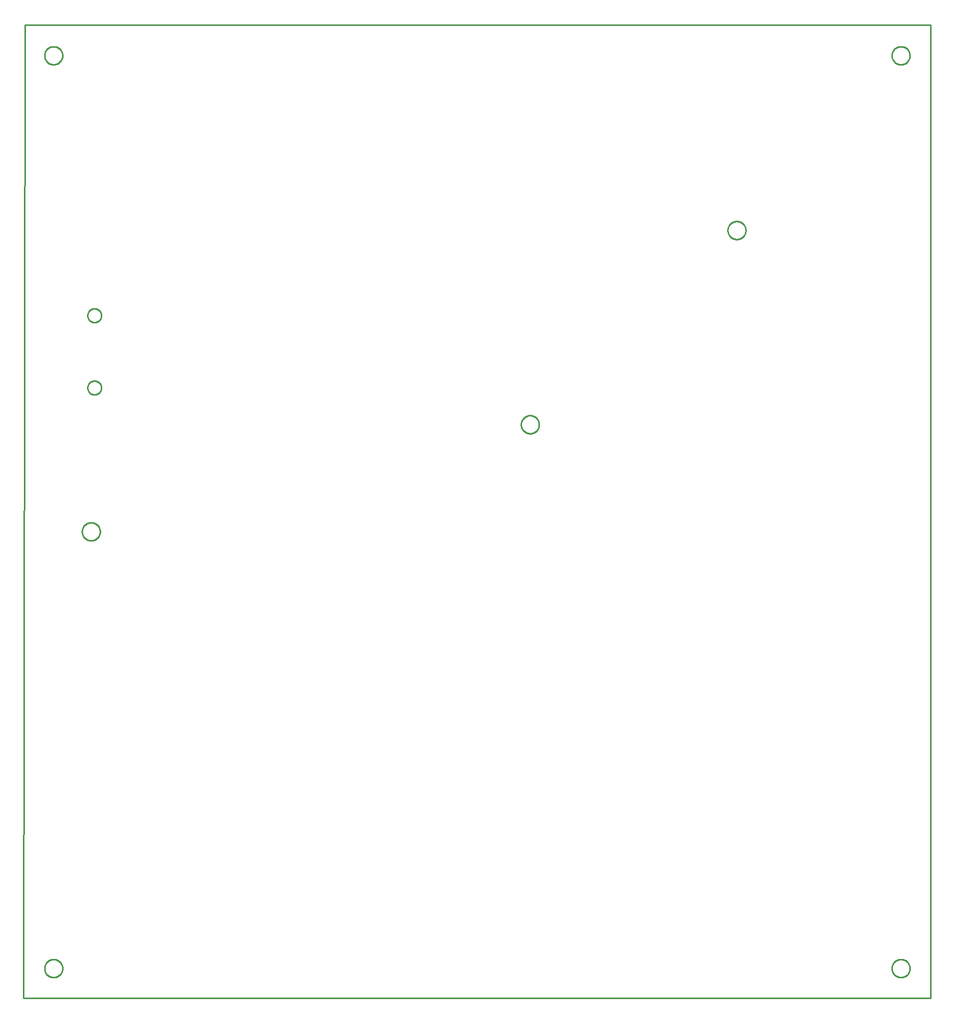
<source format=gbr>
G04 EAGLE Gerber RS-274X export*
G75*
%MOMM*%
%FSLAX34Y34*%
%LPD*%
%IN*%
%IPPOS*%
%AMOC8*
5,1,8,0,0,1.08239X$1,22.5*%
G01*
%ADD10C,0.254000*%


D10*
X10160Y500000D02*
X1520000Y500000D01*
X1520000Y2120000D01*
X12700Y2120000D01*
X10160Y500000D01*
X75160Y548574D02*
X75084Y547506D01*
X74931Y546445D01*
X74703Y545398D01*
X74401Y544370D01*
X74027Y543366D01*
X73582Y542391D01*
X73068Y541451D01*
X72489Y540550D01*
X71847Y539692D01*
X71145Y538882D01*
X70388Y538125D01*
X69578Y537423D01*
X68720Y536781D01*
X67819Y536202D01*
X66879Y535688D01*
X65904Y535243D01*
X64900Y534869D01*
X63872Y534567D01*
X62825Y534339D01*
X61764Y534186D01*
X60696Y534110D01*
X59624Y534110D01*
X58556Y534186D01*
X57495Y534339D01*
X56448Y534567D01*
X55420Y534869D01*
X54416Y535243D01*
X53441Y535688D01*
X52501Y536202D01*
X51600Y536781D01*
X50742Y537423D01*
X49932Y538125D01*
X49175Y538882D01*
X48473Y539692D01*
X47831Y540550D01*
X47252Y541451D01*
X46738Y542391D01*
X46293Y543366D01*
X45919Y544370D01*
X45617Y545398D01*
X45389Y546445D01*
X45236Y547506D01*
X45160Y548574D01*
X45160Y549646D01*
X45236Y550714D01*
X45389Y551775D01*
X45617Y552822D01*
X45919Y553850D01*
X46293Y554854D01*
X46738Y555829D01*
X47252Y556769D01*
X47831Y557670D01*
X48473Y558528D01*
X49175Y559338D01*
X49932Y560095D01*
X50742Y560797D01*
X51600Y561439D01*
X52501Y562018D01*
X53441Y562532D01*
X54416Y562977D01*
X55420Y563351D01*
X56448Y563653D01*
X57495Y563881D01*
X58556Y564034D01*
X59624Y564110D01*
X60696Y564110D01*
X61764Y564034D01*
X62825Y563881D01*
X63872Y563653D01*
X64900Y563351D01*
X65904Y562977D01*
X66879Y562532D01*
X67819Y562018D01*
X68720Y561439D01*
X69578Y560797D01*
X70388Y560095D01*
X71145Y559338D01*
X71847Y558528D01*
X72489Y557670D01*
X73068Y556769D01*
X73582Y555829D01*
X74027Y554854D01*
X74401Y553850D01*
X74703Y552822D01*
X74931Y551775D01*
X75084Y550714D01*
X75160Y549646D01*
X75160Y548574D01*
X1485160Y548574D02*
X1485084Y547506D01*
X1484931Y546445D01*
X1484703Y545398D01*
X1484401Y544370D01*
X1484027Y543366D01*
X1483582Y542391D01*
X1483068Y541451D01*
X1482489Y540550D01*
X1481847Y539692D01*
X1481145Y538882D01*
X1480388Y538125D01*
X1479578Y537423D01*
X1478720Y536781D01*
X1477819Y536202D01*
X1476879Y535688D01*
X1475904Y535243D01*
X1474900Y534869D01*
X1473872Y534567D01*
X1472825Y534339D01*
X1471764Y534186D01*
X1470696Y534110D01*
X1469624Y534110D01*
X1468556Y534186D01*
X1467495Y534339D01*
X1466448Y534567D01*
X1465420Y534869D01*
X1464416Y535243D01*
X1463441Y535688D01*
X1462501Y536202D01*
X1461600Y536781D01*
X1460742Y537423D01*
X1459932Y538125D01*
X1459175Y538882D01*
X1458473Y539692D01*
X1457831Y540550D01*
X1457252Y541451D01*
X1456738Y542391D01*
X1456293Y543366D01*
X1455919Y544370D01*
X1455617Y545398D01*
X1455389Y546445D01*
X1455236Y547506D01*
X1455160Y548574D01*
X1455160Y549646D01*
X1455236Y550714D01*
X1455389Y551775D01*
X1455617Y552822D01*
X1455919Y553850D01*
X1456293Y554854D01*
X1456738Y555829D01*
X1457252Y556769D01*
X1457831Y557670D01*
X1458473Y558528D01*
X1459175Y559338D01*
X1459932Y560095D01*
X1460742Y560797D01*
X1461600Y561439D01*
X1462501Y562018D01*
X1463441Y562532D01*
X1464416Y562977D01*
X1465420Y563351D01*
X1466448Y563653D01*
X1467495Y563881D01*
X1468556Y564034D01*
X1469624Y564110D01*
X1470696Y564110D01*
X1471764Y564034D01*
X1472825Y563881D01*
X1473872Y563653D01*
X1474900Y563351D01*
X1475904Y562977D01*
X1476879Y562532D01*
X1477819Y562018D01*
X1478720Y561439D01*
X1479578Y560797D01*
X1480388Y560095D01*
X1481145Y559338D01*
X1481847Y558528D01*
X1482489Y557670D01*
X1483068Y556769D01*
X1483582Y555829D01*
X1484027Y554854D01*
X1484401Y553850D01*
X1484703Y552822D01*
X1484931Y551775D01*
X1485084Y550714D01*
X1485160Y549646D01*
X1485160Y548574D01*
X1485160Y2068574D02*
X1485084Y2067506D01*
X1484931Y2066445D01*
X1484703Y2065398D01*
X1484401Y2064370D01*
X1484027Y2063366D01*
X1483582Y2062391D01*
X1483068Y2061451D01*
X1482489Y2060550D01*
X1481847Y2059692D01*
X1481145Y2058882D01*
X1480388Y2058125D01*
X1479578Y2057423D01*
X1478720Y2056781D01*
X1477819Y2056202D01*
X1476879Y2055688D01*
X1475904Y2055243D01*
X1474900Y2054869D01*
X1473872Y2054567D01*
X1472825Y2054339D01*
X1471764Y2054186D01*
X1470696Y2054110D01*
X1469624Y2054110D01*
X1468556Y2054186D01*
X1467495Y2054339D01*
X1466448Y2054567D01*
X1465420Y2054869D01*
X1464416Y2055243D01*
X1463441Y2055688D01*
X1462501Y2056202D01*
X1461600Y2056781D01*
X1460742Y2057423D01*
X1459932Y2058125D01*
X1459175Y2058882D01*
X1458473Y2059692D01*
X1457831Y2060550D01*
X1457252Y2061451D01*
X1456738Y2062391D01*
X1456293Y2063366D01*
X1455919Y2064370D01*
X1455617Y2065398D01*
X1455389Y2066445D01*
X1455236Y2067506D01*
X1455160Y2068574D01*
X1455160Y2069646D01*
X1455236Y2070714D01*
X1455389Y2071775D01*
X1455617Y2072822D01*
X1455919Y2073850D01*
X1456293Y2074854D01*
X1456738Y2075829D01*
X1457252Y2076769D01*
X1457831Y2077670D01*
X1458473Y2078528D01*
X1459175Y2079338D01*
X1459932Y2080095D01*
X1460742Y2080797D01*
X1461600Y2081439D01*
X1462501Y2082018D01*
X1463441Y2082532D01*
X1464416Y2082977D01*
X1465420Y2083351D01*
X1466448Y2083653D01*
X1467495Y2083881D01*
X1468556Y2084034D01*
X1469624Y2084110D01*
X1470696Y2084110D01*
X1471764Y2084034D01*
X1472825Y2083881D01*
X1473872Y2083653D01*
X1474900Y2083351D01*
X1475904Y2082977D01*
X1476879Y2082532D01*
X1477819Y2082018D01*
X1478720Y2081439D01*
X1479578Y2080797D01*
X1480388Y2080095D01*
X1481145Y2079338D01*
X1481847Y2078528D01*
X1482489Y2077670D01*
X1483068Y2076769D01*
X1483582Y2075829D01*
X1484027Y2074854D01*
X1484401Y2073850D01*
X1484703Y2072822D01*
X1484931Y2071775D01*
X1485084Y2070714D01*
X1485160Y2069646D01*
X1485160Y2068574D01*
X75160Y2068574D02*
X75084Y2067506D01*
X74931Y2066445D01*
X74703Y2065398D01*
X74401Y2064370D01*
X74027Y2063366D01*
X73582Y2062391D01*
X73068Y2061451D01*
X72489Y2060550D01*
X71847Y2059692D01*
X71145Y2058882D01*
X70388Y2058125D01*
X69578Y2057423D01*
X68720Y2056781D01*
X67819Y2056202D01*
X66879Y2055688D01*
X65904Y2055243D01*
X64900Y2054869D01*
X63872Y2054567D01*
X62825Y2054339D01*
X61764Y2054186D01*
X60696Y2054110D01*
X59624Y2054110D01*
X58556Y2054186D01*
X57495Y2054339D01*
X56448Y2054567D01*
X55420Y2054869D01*
X54416Y2055243D01*
X53441Y2055688D01*
X52501Y2056202D01*
X51600Y2056781D01*
X50742Y2057423D01*
X49932Y2058125D01*
X49175Y2058882D01*
X48473Y2059692D01*
X47831Y2060550D01*
X47252Y2061451D01*
X46738Y2062391D01*
X46293Y2063366D01*
X45919Y2064370D01*
X45617Y2065398D01*
X45389Y2066445D01*
X45236Y2067506D01*
X45160Y2068574D01*
X45160Y2069646D01*
X45236Y2070714D01*
X45389Y2071775D01*
X45617Y2072822D01*
X45919Y2073850D01*
X46293Y2074854D01*
X46738Y2075829D01*
X47252Y2076769D01*
X47831Y2077670D01*
X48473Y2078528D01*
X49175Y2079338D01*
X49932Y2080095D01*
X50742Y2080797D01*
X51600Y2081439D01*
X52501Y2082018D01*
X53441Y2082532D01*
X54416Y2082977D01*
X55420Y2083351D01*
X56448Y2083653D01*
X57495Y2083881D01*
X58556Y2084034D01*
X59624Y2084110D01*
X60696Y2084110D01*
X61764Y2084034D01*
X62825Y2083881D01*
X63872Y2083653D01*
X64900Y2083351D01*
X65904Y2082977D01*
X66879Y2082532D01*
X67819Y2082018D01*
X68720Y2081439D01*
X69578Y2080797D01*
X70388Y2080095D01*
X71145Y2079338D01*
X71847Y2078528D01*
X72489Y2077670D01*
X73068Y2076769D01*
X73582Y2075829D01*
X74027Y2074854D01*
X74401Y2073850D01*
X74703Y2072822D01*
X74931Y2071775D01*
X75084Y2070714D01*
X75160Y2069646D01*
X75160Y2068574D01*
X868100Y1454214D02*
X868024Y1453146D01*
X867871Y1452085D01*
X867643Y1451038D01*
X867341Y1450010D01*
X866967Y1449006D01*
X866522Y1448031D01*
X866008Y1447091D01*
X865429Y1446190D01*
X864787Y1445332D01*
X864085Y1444522D01*
X863328Y1443765D01*
X862518Y1443063D01*
X861660Y1442421D01*
X860759Y1441842D01*
X859819Y1441328D01*
X858844Y1440883D01*
X857840Y1440509D01*
X856812Y1440207D01*
X855765Y1439979D01*
X854704Y1439826D01*
X853636Y1439750D01*
X852564Y1439750D01*
X851496Y1439826D01*
X850435Y1439979D01*
X849388Y1440207D01*
X848360Y1440509D01*
X847356Y1440883D01*
X846381Y1441328D01*
X845441Y1441842D01*
X844540Y1442421D01*
X843682Y1443063D01*
X842872Y1443765D01*
X842115Y1444522D01*
X841413Y1445332D01*
X840771Y1446190D01*
X840192Y1447091D01*
X839678Y1448031D01*
X839233Y1449006D01*
X838859Y1450010D01*
X838557Y1451038D01*
X838329Y1452085D01*
X838176Y1453146D01*
X838100Y1454214D01*
X838100Y1455286D01*
X838176Y1456354D01*
X838329Y1457415D01*
X838557Y1458462D01*
X838859Y1459490D01*
X839233Y1460494D01*
X839678Y1461469D01*
X840192Y1462409D01*
X840771Y1463310D01*
X841413Y1464168D01*
X842115Y1464978D01*
X842872Y1465735D01*
X843682Y1466437D01*
X844540Y1467079D01*
X845441Y1467658D01*
X846381Y1468172D01*
X847356Y1468617D01*
X848360Y1468991D01*
X849388Y1469293D01*
X850435Y1469521D01*
X851496Y1469674D01*
X852564Y1469750D01*
X853636Y1469750D01*
X854704Y1469674D01*
X855765Y1469521D01*
X856812Y1469293D01*
X857840Y1468991D01*
X858844Y1468617D01*
X859819Y1468172D01*
X860759Y1467658D01*
X861660Y1467079D01*
X862518Y1466437D01*
X863328Y1465735D01*
X864085Y1464978D01*
X864787Y1464168D01*
X865429Y1463310D01*
X866008Y1462409D01*
X866522Y1461469D01*
X866967Y1460494D01*
X867341Y1459490D01*
X867643Y1458462D01*
X867871Y1457415D01*
X868024Y1456354D01*
X868100Y1455286D01*
X868100Y1454214D01*
X1212016Y1777556D02*
X1211940Y1776488D01*
X1211787Y1775427D01*
X1211559Y1774380D01*
X1211257Y1773352D01*
X1210883Y1772348D01*
X1210438Y1771373D01*
X1209924Y1770433D01*
X1209345Y1769532D01*
X1208703Y1768674D01*
X1208001Y1767864D01*
X1207244Y1767107D01*
X1206434Y1766405D01*
X1205576Y1765763D01*
X1204675Y1765184D01*
X1203735Y1764670D01*
X1202760Y1764225D01*
X1201756Y1763851D01*
X1200728Y1763549D01*
X1199681Y1763321D01*
X1198620Y1763168D01*
X1197552Y1763092D01*
X1196480Y1763092D01*
X1195412Y1763168D01*
X1194351Y1763321D01*
X1193304Y1763549D01*
X1192276Y1763851D01*
X1191272Y1764225D01*
X1190297Y1764670D01*
X1189357Y1765184D01*
X1188456Y1765763D01*
X1187598Y1766405D01*
X1186788Y1767107D01*
X1186031Y1767864D01*
X1185329Y1768674D01*
X1184687Y1769532D01*
X1184108Y1770433D01*
X1183594Y1771373D01*
X1183149Y1772348D01*
X1182775Y1773352D01*
X1182473Y1774380D01*
X1182245Y1775427D01*
X1182092Y1776488D01*
X1182016Y1777556D01*
X1182016Y1778628D01*
X1182092Y1779696D01*
X1182245Y1780757D01*
X1182473Y1781804D01*
X1182775Y1782832D01*
X1183149Y1783836D01*
X1183594Y1784811D01*
X1184108Y1785751D01*
X1184687Y1786652D01*
X1185329Y1787510D01*
X1186031Y1788320D01*
X1186788Y1789077D01*
X1187598Y1789779D01*
X1188456Y1790421D01*
X1189357Y1791000D01*
X1190297Y1791514D01*
X1191272Y1791959D01*
X1192276Y1792333D01*
X1193304Y1792635D01*
X1194351Y1792863D01*
X1195412Y1793016D01*
X1196480Y1793092D01*
X1197552Y1793092D01*
X1198620Y1793016D01*
X1199681Y1792863D01*
X1200728Y1792635D01*
X1201756Y1792333D01*
X1202760Y1791959D01*
X1203735Y1791514D01*
X1204675Y1791000D01*
X1205576Y1790421D01*
X1206434Y1789779D01*
X1207244Y1789077D01*
X1208001Y1788320D01*
X1208703Y1787510D01*
X1209345Y1786652D01*
X1209924Y1785751D01*
X1210438Y1784811D01*
X1210883Y1783836D01*
X1211257Y1782832D01*
X1211559Y1781804D01*
X1211787Y1780757D01*
X1211940Y1779696D01*
X1212016Y1778628D01*
X1212016Y1777556D01*
X137596Y1275906D02*
X137520Y1274838D01*
X137367Y1273777D01*
X137139Y1272730D01*
X136837Y1271702D01*
X136463Y1270698D01*
X136018Y1269723D01*
X135504Y1268783D01*
X134925Y1267882D01*
X134283Y1267024D01*
X133581Y1266214D01*
X132824Y1265457D01*
X132014Y1264755D01*
X131156Y1264113D01*
X130255Y1263534D01*
X129315Y1263020D01*
X128340Y1262575D01*
X127336Y1262201D01*
X126308Y1261899D01*
X125261Y1261671D01*
X124200Y1261518D01*
X123132Y1261442D01*
X122060Y1261442D01*
X120992Y1261518D01*
X119931Y1261671D01*
X118884Y1261899D01*
X117856Y1262201D01*
X116852Y1262575D01*
X115877Y1263020D01*
X114937Y1263534D01*
X114036Y1264113D01*
X113178Y1264755D01*
X112368Y1265457D01*
X111611Y1266214D01*
X110909Y1267024D01*
X110267Y1267882D01*
X109688Y1268783D01*
X109174Y1269723D01*
X108729Y1270698D01*
X108355Y1271702D01*
X108053Y1272730D01*
X107825Y1273777D01*
X107672Y1274838D01*
X107596Y1275906D01*
X107596Y1276978D01*
X107672Y1278046D01*
X107825Y1279107D01*
X108053Y1280154D01*
X108355Y1281182D01*
X108729Y1282186D01*
X109174Y1283161D01*
X109688Y1284101D01*
X110267Y1285002D01*
X110909Y1285860D01*
X111611Y1286670D01*
X112368Y1287427D01*
X113178Y1288129D01*
X114036Y1288771D01*
X114937Y1289350D01*
X115877Y1289864D01*
X116852Y1290309D01*
X117856Y1290683D01*
X118884Y1290985D01*
X119931Y1291213D01*
X120992Y1291366D01*
X122060Y1291442D01*
X123132Y1291442D01*
X124200Y1291366D01*
X125261Y1291213D01*
X126308Y1290985D01*
X127336Y1290683D01*
X128340Y1290309D01*
X129315Y1289864D01*
X130255Y1289350D01*
X131156Y1288771D01*
X132014Y1288129D01*
X132824Y1287427D01*
X133581Y1286670D01*
X134283Y1285860D01*
X134925Y1285002D01*
X135504Y1284101D01*
X136018Y1283161D01*
X136463Y1282186D01*
X136837Y1281182D01*
X137139Y1280154D01*
X137367Y1279107D01*
X137520Y1278046D01*
X137596Y1276978D01*
X137596Y1275906D01*
X127818Y1624770D02*
X126917Y1624841D01*
X126025Y1624982D01*
X125146Y1625193D01*
X124287Y1625472D01*
X123452Y1625818D01*
X122647Y1626229D01*
X121876Y1626701D01*
X121145Y1627232D01*
X120458Y1627819D01*
X119819Y1628458D01*
X119232Y1629145D01*
X118701Y1629876D01*
X118229Y1630647D01*
X117818Y1631452D01*
X117472Y1632287D01*
X117193Y1633146D01*
X116982Y1634025D01*
X116841Y1634917D01*
X116770Y1635818D01*
X116770Y1636722D01*
X116841Y1637623D01*
X116982Y1638515D01*
X117193Y1639394D01*
X117472Y1640253D01*
X117818Y1641088D01*
X118229Y1641893D01*
X118701Y1642664D01*
X119232Y1643395D01*
X119819Y1644082D01*
X120458Y1644721D01*
X121145Y1645308D01*
X121876Y1645839D01*
X122647Y1646311D01*
X123452Y1646722D01*
X124287Y1647068D01*
X125146Y1647347D01*
X126025Y1647558D01*
X126917Y1647699D01*
X127818Y1647770D01*
X128722Y1647770D01*
X129623Y1647699D01*
X130515Y1647558D01*
X131394Y1647347D01*
X132253Y1647068D01*
X133088Y1646722D01*
X133893Y1646311D01*
X134664Y1645839D01*
X135395Y1645308D01*
X136082Y1644721D01*
X136721Y1644082D01*
X137308Y1643395D01*
X137839Y1642664D01*
X138311Y1641893D01*
X138722Y1641088D01*
X139068Y1640253D01*
X139347Y1639394D01*
X139558Y1638515D01*
X139699Y1637623D01*
X139770Y1636722D01*
X139770Y1635818D01*
X139699Y1634917D01*
X139558Y1634025D01*
X139347Y1633146D01*
X139068Y1632287D01*
X138722Y1631452D01*
X138311Y1630647D01*
X137839Y1629876D01*
X137308Y1629145D01*
X136721Y1628458D01*
X136082Y1627819D01*
X135395Y1627232D01*
X134664Y1626701D01*
X133893Y1626229D01*
X133088Y1625818D01*
X132253Y1625472D01*
X131394Y1625193D01*
X130515Y1624982D01*
X129623Y1624841D01*
X128722Y1624770D01*
X127818Y1624770D01*
X127818Y1504370D02*
X126917Y1504441D01*
X126025Y1504582D01*
X125146Y1504793D01*
X124287Y1505072D01*
X123452Y1505418D01*
X122647Y1505829D01*
X121876Y1506301D01*
X121145Y1506832D01*
X120458Y1507419D01*
X119819Y1508058D01*
X119232Y1508745D01*
X118701Y1509476D01*
X118229Y1510247D01*
X117818Y1511052D01*
X117472Y1511887D01*
X117193Y1512746D01*
X116982Y1513625D01*
X116841Y1514517D01*
X116770Y1515418D01*
X116770Y1516322D01*
X116841Y1517223D01*
X116982Y1518115D01*
X117193Y1518994D01*
X117472Y1519853D01*
X117818Y1520688D01*
X118229Y1521493D01*
X118701Y1522264D01*
X119232Y1522995D01*
X119819Y1523682D01*
X120458Y1524321D01*
X121145Y1524908D01*
X121876Y1525439D01*
X122647Y1525911D01*
X123452Y1526322D01*
X124287Y1526668D01*
X125146Y1526947D01*
X126025Y1527158D01*
X126917Y1527299D01*
X127818Y1527370D01*
X128722Y1527370D01*
X129623Y1527299D01*
X130515Y1527158D01*
X131394Y1526947D01*
X132253Y1526668D01*
X133088Y1526322D01*
X133893Y1525911D01*
X134664Y1525439D01*
X135395Y1524908D01*
X136082Y1524321D01*
X136721Y1523682D01*
X137308Y1522995D01*
X137839Y1522264D01*
X138311Y1521493D01*
X138722Y1520688D01*
X139068Y1519853D01*
X139347Y1518994D01*
X139558Y1518115D01*
X139699Y1517223D01*
X139770Y1516322D01*
X139770Y1515418D01*
X139699Y1514517D01*
X139558Y1513625D01*
X139347Y1512746D01*
X139068Y1511887D01*
X138722Y1511052D01*
X138311Y1510247D01*
X137839Y1509476D01*
X137308Y1508745D01*
X136721Y1508058D01*
X136082Y1507419D01*
X135395Y1506832D01*
X134664Y1506301D01*
X133893Y1505829D01*
X133088Y1505418D01*
X132253Y1505072D01*
X131394Y1504793D01*
X130515Y1504582D01*
X129623Y1504441D01*
X128722Y1504370D01*
X127818Y1504370D01*
M02*

</source>
